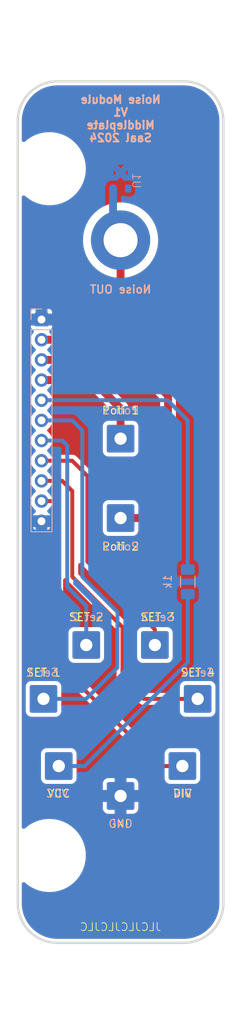
<source format=kicad_pcb>
(kicad_pcb (version 20240108) (generator "pcbnew") (generator_version "8.0")
  (title_block (title "Noise source and frequency filter MIDDLEPLATE") (date "11/12/2024") (rev "V1") (company "Alexander Saal"))
  (layers (0 "F.Cu" signal) (31 "B.Cu" signal) (34 "B.Paste" user) (35 "F.Paste" user) (36 "B.SilkS" user "B.Silkscreen") (37 "F.SilkS" user "F.Silkscreen") (38 "B.Mask" user) (39 "F.Mask" user) (44 "Edge.Cuts" user))
  (net 0 "")
  (net 1 "Noise_OUT")
  (net 2 "Poti1")
  (net 3 "SET_1")
  (net 4 "Poti2")
  (net 5 "VCC")
  (net 6 "SET_3")
  (net 7 "DIV")
  (net 8 "SET_2")
  (net 9 "GND")
  (net 10 "SET_4")
  (net 12 "Net-(J4-Pin_1)")
  (footprint "Connector_Wire:SolderWire-0.75sqmm_1x01_D1.25mm_OD3.5mm" (layer "F.Cu") (at 61.46116 131.79031)
    (property "Reference" "J6" (hide yes))
    (property "Value" "SET 2" (at 0 -3.52031 0) (layer "F.SilkS"))
    (pad "1" thru_hole roundrect (at 0 0) (size 3.5 3.5) (drill 1.55) (layers "*.Cu" "*.Mask") (roundrect_rratio 0.071429) (net 8 "SET_2"))
  )
  (footprint "Connector_Wire:SolderWire-0.75sqmm_1x01_D1.25mm_OD3.5mm" (layer "F.Cu") (at 56.05072 138.57479)
    (property "Reference" "J5" (hide yes))
    (property "Value" "SET 1" (at 0 -3.31979 0) (layer "F.SilkS"))
    (pad "1" thru_hole roundrect (at 0 0) (size 3.5 3.5) (drill 1.55) (layers "*.Cu" "*.Mask") (roundrect_rratio 0.071429) (net 3 "SET_1"))
  )
  (footprint "Connector_Wire:SolderWire-0.75sqmm_1x01_D1.25mm_OD3.5mm" (layer "F.Cu") (at 70.13884 131.79031)
    (property "Reference" "J7" (hide yes))
    (property "Value" "SET 3" (at 0.34616 -3.52031 0) (layer "F.SilkS"))
    (pad "1" thru_hole roundrect (at 0 0) (size 3.5 3.5) (drill 1.55) (layers "*.Cu" "*.Mask") (roundrect_rratio 0.071429) (net 6 "SET_3"))
  )
  (footprint "Connector_Wire:SolderWire-0.75sqmm_1x01_D1.25mm_OD3.5mm" (layer "F.Cu") (at 65.8 105.8)
    (property "Reference" "J1" (hide yes))
    (property "Value" "Poti 1" (at 0 -3.565 0) (layer "F.SilkS"))
    (pad "1" thru_hole roundrect (at 0 0) (size 3.5 3.5) (drill 1.55) (layers "*.Cu" "*.Mask") (roundrect_rratio 0.071429) (net 2 "Poti1"))
  )
  (footprint "MountingHole:MountingHole_4.3mm_M4_DIN965_Pad" (layer "F.Cu") (at 65.8 80.8)
    (property "Reference" "H2" (hide yes))
    (property "Value" "MountingHole_Pad" (hide yes))
    (pad "1" thru_hole circle (at 0 0) (size 7.5 7.5) (drill 4.3) (layers "*.Cu" "*.Mask") (net 1 "Noise_OUT"))
  )
  (footprint "MountingHole:MountingHole_3.2mm_M3_DIN965" (layer "F.Cu") (at 56.8 71.8)
    (property "Reference" "H1" (hide yes))
    (property "Value" "MountingHole" (hide yes))
    (pad "" np_thru_hole circle (at 0 0) (size 3.2 3.2) (drill 3.2) (layers "*.Cu" "*.Mask"))
  )
  (footprint "Connector_Wire:SolderWire-0.75sqmm_1x01_D1.25mm_OD3.5mm" (layer "F.Cu") (at 73.61831 147.0349)
    (property "Reference" "J9" (hide yes))
    (property "Value" "DIV" (at 0 3.4601 0) (layer "F.SilkS"))
    (pad "1" thru_hole roundrect (at 0 0) (size 3.5 3.5) (drill 1.55) (layers "*.Cu" "*.Mask") (roundrect_rratio 0.071429) (net 7 "DIV"))
  )
  (footprint "MountingHole:MountingHole_3.2mm_M3_DIN965" (layer "F.Cu") (at 56.8 158.3)
    (property "Reference" "H3" (hide yes))
    (property "Value" "MountingHole" (hide yes))
    (pad "" np_thru_hole circle (at 0 0) (size 3.2 3.2) (drill 3.2) (layers "*.Cu" "*.Mask"))
  )
  (footprint "Connector_Wire:SolderWire-0.75sqmm_1x01_D1.25mm_OD3.5mm" (layer "F.Cu") (at 65.8 150.8)
    (property "Reference" "J10" (hide yes))
    (property "Value" "GND" (at 0 3.505 0) (layer "F.SilkS"))
    (pad "1" thru_hole roundrect (at 0 0) (size 3.5 3.5) (drill 1.55) (layers "*.Cu" "*.Mask") (roundrect_rratio 0.071429) (net 9 "GND"))
  )
  (footprint "Connector_Wire:SolderWire-0.75sqmm_1x01_D1.25mm_OD3.5mm" (layer "F.Cu") (at 57.98169 147.0349)
    (property "Reference" "J4" (hide yes))
    (property "Value" "VCC" (at 0 3.4601 0) (layer "F.SilkS"))
    (pad "1" thru_hole roundrect (at 0 0) (size 3.5 3.5) (drill 1.55) (layers "*.Cu" "*.Mask") (roundrect_rratio 0.071429) (net 12 "Net-(J4-Pin_1)"))
  )
  (footprint "Connector_Wire:SolderWire-0.75sqmm_1x01_D1.25mm_OD3.5mm" (layer "F.Cu") (at 65.8 115.8)
    (property "Reference" "J2" (hide yes))
    (property "Value" "Poti 2" (at 0 3.58 0) (layer "F.SilkS"))
    (pad "1" thru_hole roundrect (at 0 0) (size 3.5 3.5) (drill 1.55) (layers "*.Cu" "*.Mask") (roundrect_rratio 0.071429) (net 4 "Poti2"))
  )
  (footprint "Connector_Wire:SolderWire-0.75sqmm_1x01_D1.25mm_OD3.5mm" (layer "F.Cu") (at 75.54928 138.57479)
    (property "Reference" "J8" (hide yes))
    (property "Value" "SET 4" (at 0.01572 -3.31979 0) (layer "F.SilkS"))
    (pad "1" thru_hole roundrect (at 0 0) (size 3.5 3.5) (drill 1.55) (layers "*.Cu" "*.Mask") (roundrect_rratio 0.071429) (net 10 "SET_4"))
  )
  (footprint "analog_computing:VCAN16A2-03S-E3-08" (layer "B.Cu") (at 65.8 73.3 90)
    (property "Reference" "U1" (at 0 2 -90) (layer "B.SilkS") (effects (font (thickness 0.1)) (justify mirror)))
    (property "Value" "~" (hide yes))
    (pad "1" smd roundrect (at -1 0.95 90) (size 1 0.8) (layers "B.Cu" "B.Paste" "B.Mask"))
    (pad "2" smd roundrect (at -1 -0.95 90) (size 1 0.8) (layers "B.Cu" "B.Paste" "B.Mask") (net 1 "Noise_OUT"))
    (pad "3" smd roundrect (at 1 0 90) (size 1 0.8) (layers "B.Cu" "B.Paste" "B.Mask") (net 9 "GND"))
  )
  (footprint "Connector_PinSocket_2.54mm:PinSocket_1x11_P2.54mm_Vertical" (layer "B.Cu") (at 55.8 90.8 180)
    (property "Reference" "J3" (hide yes))
    (property "Value" "Conn_01x11_Socket" (hide yes))
    (fp_line (start 1.33 1.33) (end 0 1.33) (stroke (width 0.12)) (layer "B.SilkS"))
    (fp_line (start 1.33 0) (end 1.33 1.33) (stroke (width 0.12)) (layer "B.SilkS"))
    (fp_line (start 1.33 -1.27) (end -1.33 -1.27) (stroke (width 0.12)) (layer "B.SilkS"))
    (fp_line (start 1.33 -26.73) (end 1.33 -1.27) (stroke (width 0.12)) (layer "B.SilkS"))
    (fp_line (start 1.33 -26.73) (end -1.33 -26.73) (stroke (width 0.12)) (layer "B.SilkS"))
    (fp_line (start -1.33 -26.73) (end -1.33 -1.27) (stroke (width 0.12)) (layer "B.SilkS"))
    (pad "1" thru_hole rect (at 0 0 180) (size 1.7 1.7) (drill 1) (layers "*.Cu" "*.Mask") (net 9 "GND"))
    (pad "2" thru_hole oval (at 0 -2.54 180) (size 1.7 1.7) (drill 1) (layers "*.Cu" "*.Mask") (net 1 "Noise_OUT"))
    (pad "3" thru_hole oval (at 0 -5.08 180) (size 1.7 1.7) (drill 1) (layers "*.Cu" "*.Mask") (net 4 "Poti2"))
    (pad "4" thru_hole oval (at 0 -7.62 180) (size 1.7 1.7) (drill 1) (layers "*.Cu" "*.Mask") (net 2 "Poti1"))
    (pad "5" thru_hole oval (at 0 -10.16 180) (size 1.7 1.7) (drill 1) (layers "*.Cu" "*.Mask") (net 5 "VCC"))
    (pad "6" thru_hole oval (at 0 -12.7 180) (size 1.7 1.7) (drill 1) (layers "*.Cu" "*.Mask") (net 3 "SET_1"))
    (pad "7" thru_hole oval (at 0 -15.24 180) (size 1.7 1.7) (drill 1) (layers "*.Cu" "*.Mask") (net 8 "SET_2"))
    (pad "8" thru_hole oval (at 0 -17.78 180) (size 1.7 1.7) (drill 1) (layers "*.Cu" "*.Mask") (net 6 "SET_3"))
    (pad "9" thru_hole oval (at 0 -20.32 180) (size 1.7 1.7) (drill 1) (layers "*.Cu" "*.Mask") (net 10 "SET_4"))
    (pad "10" thru_hole oval (at 0 -22.86 180) (size 1.7 1.7) (drill 1) (layers "*.Cu" "*.Mask") (net 7 "DIV"))
    (pad "11" thru_hole oval (at 0 -25.4 180) (size 1.7 1.7) (drill 1) (layers "*.Cu" "*.Mask") (net 9 "GND"))
  )
  (footprint "Resistor_SMD:R_1206_3216Metric_Pad1.30x1.75mm_HandSolder" (layer "B.Cu") (at 74.295 123.825 -90)
    (property "Reference" "R1" (hide yes))
    (property "Value" "1k" (at 0 2.54 90) (layer "B.SilkS") (effects (justify mirror)))
    (fp_line (start 0.727064 0.91) (end -0.727064 0.91) (stroke (width 0.12)) (layer "B.SilkS"))
    (fp_line (start 0.727064 -0.91) (end -0.727064 -0.91) (stroke (width 0.12)) (layer "B.SilkS"))
    (pad "1" smd roundrect (at -1.55 0 270) (size 1.3 1.75) (layers "B.Cu" "B.Paste" "B.Mask") (roundrect_rratio 0.192308) (net 5 "VCC"))
    (pad "2" smd roundrect (at 1.55 0 270) (size 1.3 1.75) (layers "B.Cu" "B.Paste" "B.Mask") (roundrect_rratio 0.192308) (net 12 "Net-(J4-Pin_1)"))
  )
  (gr_arc (start 73.8 60.8) (mid 77.335534 62.264466) (end 78.8 65.8) (stroke (width 0.3)) (layer "Edge.Cuts"))
  (gr_arc (start 57.8 169.3) (mid 54.264466 167.835534) (end 52.8 164.3) (stroke (width 0.3)) (layer "Edge.Cuts"))
  (gr_line (start 52.8 164.3) (end 52.8 65.8) (stroke (width 0.3)) (layer "Edge.Cuts"))
  (gr_line (start 57.8 60.8) (end 73.8 60.8) (stroke (width 0.3)) (layer "Edge.Cuts"))
  (gr_arc (start 78.8 164.3) (mid 77.335534 167.835534) (end 73.8 169.3) (stroke (width 0.3)) (layer "Edge.Cuts"))
  (gr_arc (start 52.8 65.8) (mid 54.264466 62.264466) (end 57.8 60.8) (stroke (width 0.3)) (layer "Edge.Cuts"))
  (gr_line (start 78.8 65.8) (end 78.8 164.3) (stroke (width 0.3)) (layer "Edge.Cuts"))
  (gr_line (start 73.8 169.3) (end 57.8 169.3) (stroke (width 0.3)) (layer "Edge.Cuts"))
  (gr_text "Set 3" (at 70.485 128.27 0) (layer "B.SilkS") (effects (font (size 1 1)) (justify mirror)))
  (gr_text "Noise Module\nV1\nMiddleplate\nSaal 2024" (at 65.8 65.5 0) (layer "B.SilkS") (effects (font (size 1 1) (thickness 0.25) (bold yes)) (justify mirror)))
  (gr_text "GND" (at 65.8 154.305 0) (layer "B.SilkS") (effects (font (size 1 1)) (justify mirror)))
  (gr_text "Set 2" (at 61.595 128.27 0) (layer "B.SilkS") (effects (font (size 1 1)) (justify mirror)))
  (gr_text "Poti 1" (at 65.8 102.235 0) (layer "B.SilkS") (effects (font (size 1 1)) (justify mirror)))
  (gr_text "VCC" (at 57.785 150.495 0) (layer "B.SilkS") (effects (font (size 1 1)) (justify mirror)))
  (gr_text "Set 1" (at 55.88 135.255 0) (layer "B.SilkS") (effects (font (size 1 1)) (justify mirror)))
  (gr_text "Noise OUT" (at 65.8 87 0) (layer "B.SilkS") (effects (font (size 1 1) (thickness 0.2) (bold yes)) (justify mirror)))
  (gr_text "Set 4" (at 75.565 135.255 0) (layer "B.SilkS") (effects (font (size 1 1)) (justify mirror)))
  (gr_text "Poti 2" (at 65.8 119.38 0) (layer "B.SilkS") (effects (font (size 1 1)) (justify mirror)))
  (gr_text "DIV" (at 73.66 150.495 0) (layer "B.SilkS") (effects (font (size 1 1)) (justify mirror)))
  (gr_text "JLCJLCJLCJLC" (at 65.8 167.3 0) (layer "F.SilkS") (effects (font (size 1 1) (thickness 0.1)) (justify mirror)))
  (segment (start 62.235 93.34) (end 65.8 89.775) (width 1) (layer "F.Cu") (net 1))
  (segment (start 55.8 93.34) (end 62.235 93.34) (width 1) (layer "F.Cu") (net 1))
  (segment (start 65.8 89.775) (end 65.8 80.8) (width 1) (layer "F.Cu") (net 1))
  (segment (start 64.85 79.85) (end 65.8 80.8) (width 1) (layer "B.Cu") (net 1))
  (segment (start 64.85 74.3) (end 64.85 79.85) (width 1) (layer "B.Cu") (net 1))
  (segment (start 65.8 101.995) (end 65.8 102.235) (width 1) (layer "F.Cu") (net 2))
  (segment (start 62.225 98.42) (end 65.8 101.995) (width 1) (layer "F.Cu") (net 2))
  (segment (start 65.8 105.8) (end 65.8 102.235) (width 1) (layer "F.Cu") (net 2))
  (segment (start 55.8 98.42) (end 62.225 98.42) (width 1) (layer "F.Cu") (net 2))
  (segment (start 65.405 127.635) (end 60.96 123.19) (width 0.5) (layer "B.Cu") (net 3))
  (segment (start 59.685 103.5) (end 60.96 104.775) (width 0.5) (layer "B.Cu") (net 3))
  (segment (start 61.45021 138.57479) (end 65.405 134.62) (width 0.5) (layer "B.Cu") (net 3))
  (segment (start 65.405 134.62) (end 65.405 127.635) (width 0.5) (layer "B.Cu") (net 3))
  (segment (start 56.05072 138.57479) (end 61.45021 138.57479) (width 0.5) (layer "B.Cu") (net 3))
  (segment (start 60.96 123.19) (end 60.96 104.775) (width 0.5) (layer "B.Cu") (net 3))
  (segment (start 55.8 103.5) (end 59.685 103.5) (width 0.5) (layer "B.Cu") (net 3))
  (segment (start 68.9 115.8) (end 65.8 115.8) (width 1) (layer "F.Cu") (net 4))
  (segment (start 55.8 95.88) (end 67.305 95.88) (width 1) (layer "F.Cu") (net 4))
  (segment (start 71.8 112.9) (end 68.9 115.8) (width 1) (layer "F.Cu") (net 4))
  (segment (start 67.305 95.88) (end 71.755 100.33) (width 1) (layer "F.Cu") (net 4))
  (segment (start 71.755 100.33) (end 71.8 100.33) (width 1) (layer "F.Cu") (net 4))
  (segment (start 71.8 100.33) (end 71.8 112.9) (width 1) (layer "F.Cu") (net 4))
  (segment (start 74.295 103.505) (end 74.295 122.275) (width 0.5) (layer "B.Cu") (net 5))
  (segment (start 71.75 100.96) (end 74.295 103.505) (width 0.5) (layer "B.Cu") (net 5))
  (segment (start 55.8 100.96) (end 71.75 100.96) (width 0.5) (layer "B.Cu") (net 5))
  (segment (start 70.13884 129.82884) (end 61.595 121.285) (width 0.5) (layer "F.Cu") (net 6))
  (segment (start 59.685 108.58) (end 61.595 110.49) (width 0.5) (layer "F.Cu") (net 6))
  (segment (start 55.8 108.58) (end 59.685 108.58) (width 0.5) (layer "F.Cu") (net 6))
  (segment (start 70.13884 131.79031) (end 70.13884 129.82884) (width 0.5) (layer "F.Cu") (net 6))
  (segment (start 61.595 121.285) (end 61.595 110.49) (width 0.5) (layer "F.Cu") (net 6))
  (segment (start 55.8 113.66) (end 57.145 113.66) (width 0.5) (layer "F.Cu") (net 7))
  (segment (start 57.785 133.985) (end 70.8349 147.0349) (width 0.5) (layer "F.Cu") (net 7))
  (segment (start 57.785 114.3) (end 57.785 133.985) (width 0.5) (layer "F.Cu") (net 7))
  (segment (start 70.8349 147.0349) (end 73.61831 147.0349) (width 0.5) (layer "F.Cu") (net 7))
  (segment (start 57.145 113.66) (end 57.785 114.3) (width 0.5) (layer "F.Cu") (net 7))
  (segment (start 61.46116 126.86616) (end 59.055 124.46) (width 0.5) (layer "B.Cu") (net 8))
  (segment (start 61.46116 131.79031) (end 61.46116 126.86616) (width 0.5) (layer "B.Cu") (net 8))
  (segment (start 58.415 106.04) (end 59.055 106.68) (width 0.5) (layer "B.Cu") (net 8))
  (segment (start 55.8 106.04) (end 58.415 106.04) (width 0.5) (layer "B.Cu") (net 8))
  (segment (start 59.055 106.68) (end 59.055 124.46) (width 0.5) (layer "B.Cu") (net 8))
  (segment (start 59.69 123.19) (end 66.04 129.54) (width 0.5) (layer "F.Cu") (net 10))
  (segment (start 68.72479 138.57479) (end 75.54928 138.57479) (width 0.5) (layer "F.Cu") (net 10))
  (segment (start 58.415 111.12) (end 59.69 112.395) (width 0.5) (layer "F.Cu") (net 10))
  (segment (start 66.04 129.54) (end 66.04 135.89) (width 0.5) (layer "F.Cu") (net 10))
  (segment (start 55.8 111.12) (end 58.415 111.12) (width 0.5) (layer "F.Cu") (net 10))
  (segment (start 59.69 112.395) (end 59.69 123.19) (width 0.5) (layer "F.Cu") (net 10))
  (segment (start 66.04 135.89) (end 68.72479 138.57479) (width 0.5) (layer "F.Cu") (net 10))
  (segment (start 74.295 133.985) (end 74.295 125.375) (width 0.5) (layer "B.Cu") (net 12))
  (segment (start 61.2451 147.0349) (end 74.295 133.985) (width 0.5) (layer "B.Cu") (net 12))
  (segment (start 57.98169 147.0349) (end 61.2451 147.0349) (width 0.5) (layer "B.Cu") (net 12))
  (zone (net 9) (net_name "GND") (layers "F&B.Cu") (connect_pads (clearance 0.5)) (min_thickness 0.5) (fill yes (thermal_gap 0.5) (thermal_bridge_width 1.5))
    (polygon (pts (xy 52.8 60.8) (xy 78.8 60.8) (xy 78.8 169.3) (xy 52.8 169.3)))
  )
)
</source>
